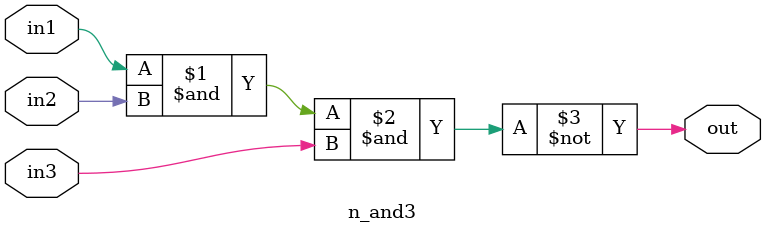
<source format=sv>


module n_and3 (input in1, input in2, input in3, output out );
assign out = ~(in1&in2&in3);
endmodule


</source>
